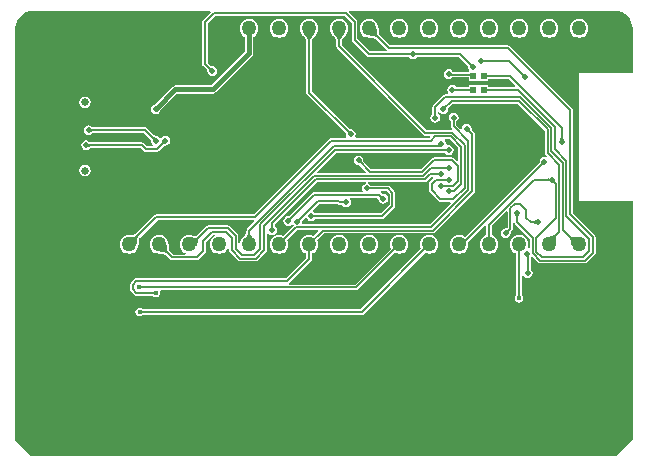
<source format=gbl>
G04*
G04 #@! TF.GenerationSoftware,Altium Limited,Altium Designer,19.0.4 (130)*
G04*
G04 Layer_Physical_Order=2*
G04 Layer_Color=16711680*
%FSLAX24Y24*%
%MOIN*%
G70*
G01*
G75*
%ADD15C,0.0060*%
%ADD59C,0.0070*%
%ADD60C,0.0150*%
%ADD62C,0.0500*%
%ADD63C,0.1181*%
%ADD64O,0.0827X0.0394*%
%ADD65O,0.0630X0.0394*%
%ADD66C,0.0256*%
%ADD67C,0.0200*%
%ADD68C,0.0240*%
%ADD69C,0.0160*%
%ADD70C,0.0180*%
%ADD71R,0.0197X0.0197*%
G36*
X6597Y4188D02*
X6618Y4138D01*
X6365Y3885D01*
X6345Y3855D01*
X6338Y3820D01*
Y2420D01*
X6345Y2385D01*
X6365Y2355D01*
X6488Y2232D01*
X6491Y2225D01*
X6495Y2220D01*
X6497Y2218D01*
X6498Y2216D01*
X6500Y2213D01*
X6501Y2209D01*
X6503Y2205D01*
X6504Y2200D01*
X6504Y2195D01*
X6505Y2189D01*
X6505Y2180D01*
X6508Y2172D01*
X6519Y2118D01*
X6555Y2065D01*
X6608Y2029D01*
X6670Y2017D01*
X6732Y2029D01*
X6785Y2065D01*
X6821Y2118D01*
X6833Y2180D01*
X6821Y2242D01*
X6785Y2295D01*
X6732Y2331D01*
X6678Y2342D01*
X6670Y2345D01*
X6661Y2345D01*
X6655Y2346D01*
X6650Y2346D01*
X6645Y2347D01*
X6641Y2349D01*
X6637Y2350D01*
X6634Y2352D01*
X6632Y2353D01*
X6630Y2355D01*
X6625Y2359D01*
X6618Y2362D01*
X6522Y2458D01*
Y3782D01*
X6758Y4018D01*
X11082D01*
X11328Y3772D01*
Y3220D01*
X11335Y3185D01*
X11355Y3155D01*
X11835Y2675D01*
X11865Y2655D01*
X11900Y2648D01*
X13239D01*
X13255Y2625D01*
X13308Y2589D01*
X13370Y2577D01*
X13432Y2589D01*
X13485Y2625D01*
X13501Y2648D01*
X14902D01*
X15192Y2358D01*
X15187Y2330D01*
X15199Y2268D01*
X15235Y2215D01*
X15244Y2208D01*
X15229Y2158D01*
X15222D01*
Y2152D01*
X14704D01*
X14675Y2195D01*
X14622Y2231D01*
X14560Y2243D01*
X14498Y2231D01*
X14445Y2195D01*
X14409Y2142D01*
X14397Y2080D01*
X14409Y2018D01*
X14445Y1965D01*
X14498Y1929D01*
X14560Y1917D01*
X14622Y1929D01*
X14675Y1965D01*
X14678Y1968D01*
X15222D01*
Y1842D01*
X15512D01*
X15538Y1842D01*
X15588Y1842D01*
X15878D01*
Y1908D01*
X16552D01*
X16772Y1688D01*
X16753Y1642D01*
X15878D01*
Y1708D01*
X15562D01*
Y1708D01*
X15538D01*
Y1708D01*
X15222D01*
Y1642D01*
X14801D01*
X14785Y1665D01*
X14732Y1701D01*
X14670Y1713D01*
X14608Y1701D01*
X14555Y1665D01*
X14519Y1612D01*
X14507Y1550D01*
X14519Y1488D01*
X14543Y1452D01*
X14521Y1402D01*
X14440D01*
X14405Y1395D01*
X14375Y1375D01*
X14035Y1035D01*
X14015Y1005D01*
X14008Y970D01*
Y751D01*
X13985Y736D01*
X13950Y683D01*
X13937Y620D01*
X13950Y558D01*
X13985Y505D01*
X14038Y470D01*
X14100Y457D01*
X14163Y470D01*
X14216Y505D01*
X14251Y558D01*
X14263Y620D01*
X14251Y683D01*
X14216Y736D01*
X14192Y752D01*
Y814D01*
X14242Y829D01*
X14265Y795D01*
X14318Y759D01*
X14380Y747D01*
X14442Y759D01*
X14495Y795D01*
X14531Y848D01*
X14543Y910D01*
X14538Y938D01*
X14688Y1088D01*
X16863D01*
X17758Y193D01*
Y-550D01*
X17765Y-585D01*
X17785Y-615D01*
X17819Y-649D01*
X17794Y-695D01*
X17747Y-685D01*
X17685Y-698D01*
X17632Y-733D01*
X17597Y-786D01*
X17584Y-848D01*
X17590Y-876D01*
X15102Y-3364D01*
X15056Y-3329D01*
X14981Y-3298D01*
X14900Y-3287D01*
X14819Y-3298D01*
X14744Y-3329D01*
X14679Y-3379D01*
X14629Y-3444D01*
X14598Y-3519D01*
X14587Y-3600D01*
X14598Y-3681D01*
X14629Y-3756D01*
X14679Y-3821D01*
X14744Y-3871D01*
X14819Y-3902D01*
X14900Y-3913D01*
X14981Y-3902D01*
X15056Y-3871D01*
X15121Y-3821D01*
X15171Y-3756D01*
X15202Y-3681D01*
X15213Y-3600D01*
X15203Y-3523D01*
X15758Y-2967D01*
X15808Y-2988D01*
Y-3302D01*
X15744Y-3329D01*
X15679Y-3379D01*
X15629Y-3444D01*
X15598Y-3519D01*
X15587Y-3600D01*
X15598Y-3681D01*
X15629Y-3756D01*
X15679Y-3821D01*
X15744Y-3871D01*
X15819Y-3902D01*
X15900Y-3913D01*
X15981Y-3902D01*
X16056Y-3871D01*
X16121Y-3821D01*
X16171Y-3756D01*
X16202Y-3681D01*
X16213Y-3600D01*
X16202Y-3519D01*
X16171Y-3444D01*
X16121Y-3379D01*
X16056Y-3329D01*
X15992Y-3302D01*
Y-2978D01*
X16472Y-2498D01*
X16518Y-2517D01*
Y-3032D01*
X16502Y-3048D01*
X16495Y-3051D01*
X16490Y-3055D01*
X16488Y-3057D01*
X16486Y-3058D01*
X16483Y-3060D01*
X16479Y-3061D01*
X16475Y-3063D01*
X16470Y-3064D01*
X16465Y-3064D01*
X16459Y-3065D01*
X16450Y-3065D01*
X16442Y-3068D01*
X16388Y-3079D01*
X16335Y-3115D01*
X16299Y-3168D01*
X16287Y-3230D01*
X16299Y-3292D01*
X16335Y-3345D01*
X16388Y-3381D01*
X16450Y-3393D01*
X16512Y-3381D01*
X16565Y-3345D01*
X16601Y-3292D01*
X16612Y-3238D01*
X16615Y-3230D01*
X16615Y-3221D01*
X16616Y-3215D01*
X16616Y-3210D01*
X16617Y-3205D01*
X16619Y-3201D01*
X16620Y-3197D01*
X16622Y-3194D01*
X16623Y-3192D01*
X16625Y-3190D01*
X16629Y-3185D01*
X16632Y-3178D01*
X16675Y-3135D01*
X16695Y-3105D01*
X16702Y-3070D01*
Y-2897D01*
X16752Y-2892D01*
X16754Y-2904D01*
X16774Y-2934D01*
X17268Y-3428D01*
Y-3702D01*
X17224Y-3736D01*
X17200Y-3686D01*
X17202Y-3681D01*
X17213Y-3600D01*
X17202Y-3519D01*
X17171Y-3444D01*
X17121Y-3379D01*
X17056Y-3329D01*
X16981Y-3298D01*
X16900Y-3287D01*
X16819Y-3298D01*
X16744Y-3329D01*
X16679Y-3379D01*
X16629Y-3444D01*
X16598Y-3519D01*
X16587Y-3600D01*
X16598Y-3681D01*
X16629Y-3756D01*
X16679Y-3821D01*
X16744Y-3871D01*
X16803Y-3895D01*
Y-5294D01*
X16799Y-5297D01*
X16768Y-5343D01*
X16757Y-5398D01*
X16768Y-5452D01*
X16799Y-5498D01*
X16845Y-5529D01*
X16900Y-5540D01*
X16955Y-5529D01*
X17001Y-5498D01*
X17032Y-5452D01*
X17043Y-5398D01*
X17032Y-5343D01*
X17001Y-5297D01*
X16997Y-5294D01*
Y-4639D01*
X17047Y-4627D01*
X17075Y-4668D01*
X17128Y-4704D01*
X17190Y-4716D01*
X17252Y-4704D01*
X17305Y-4668D01*
X17341Y-4616D01*
X17353Y-4553D01*
X17341Y-4491D01*
X17305Y-4438D01*
X17282Y-4422D01*
Y-4048D01*
X17285Y-4045D01*
X17297Y-4027D01*
X17362Y-4021D01*
X17545Y-4205D01*
X17575Y-4225D01*
X17610Y-4232D01*
X19090D01*
X19125Y-4225D01*
X19155Y-4205D01*
X19425Y-3935D01*
X19445Y-3905D01*
X19452Y-3870D01*
Y-3360D01*
X19445Y-3325D01*
X19425Y-3295D01*
X18692Y-2562D01*
Y880D01*
X18685Y915D01*
X18665Y945D01*
X16605Y3005D01*
X16575Y3025D01*
X16540Y3032D01*
X12598D01*
X12255Y3375D01*
X12253Y3381D01*
X12245Y3390D01*
X12241Y3397D01*
X12236Y3409D01*
X12231Y3425D01*
X12226Y3445D01*
X12222Y3467D01*
X12215Y3561D01*
X12215Y3598D01*
X12212Y3605D01*
X12202Y3681D01*
X12171Y3756D01*
X12121Y3821D01*
X12056Y3871D01*
X11981Y3902D01*
X11900Y3913D01*
X11819Y3902D01*
X11744Y3871D01*
X11679Y3821D01*
X11629Y3756D01*
X11598Y3681D01*
X11587Y3600D01*
X11598Y3519D01*
X11629Y3444D01*
X11679Y3379D01*
X11744Y3329D01*
X11819Y3298D01*
X11895Y3288D01*
X11902Y3285D01*
X11940Y3285D01*
X12005Y3281D01*
X12032Y3278D01*
X12055Y3274D01*
X12075Y3269D01*
X12091Y3264D01*
X12103Y3259D01*
X12110Y3255D01*
X12119Y3247D01*
X12125Y3246D01*
X12488Y2882D01*
X12483Y2855D01*
X12470Y2832D01*
X11938D01*
X11512Y3258D01*
Y3810D01*
X11505Y3845D01*
X11485Y3875D01*
X11222Y4138D01*
X11243Y4188D01*
X20100D01*
Y4188D01*
X20215Y4177D01*
X20325Y4143D01*
X20427Y4089D01*
X20516Y4016D01*
X20589Y3927D01*
X20643Y3825D01*
X20677Y3715D01*
X20688Y3600D01*
X20688D01*
X20688Y3600D01*
Y2100D01*
X18900D01*
Y-2150D01*
X20688D01*
Y-10104D01*
X20144Y-10648D01*
X636Y-10638D01*
X112Y-10114D01*
X112Y3600D01*
X112Y3600D01*
X112D01*
X112Y3600D01*
X123Y3715D01*
X157Y3825D01*
X211Y3927D01*
X284Y4016D01*
X373Y4089D01*
X475Y4143D01*
X585Y4177D01*
X700Y4188D01*
X700Y4188D01*
Y4188D01*
X700Y4188D01*
X6597D01*
D02*
G37*
G36*
X12150Y3558D02*
X12157Y3459D01*
X12162Y3432D01*
X12168Y3407D01*
X12175Y3386D01*
X12183Y3368D01*
X12192Y3352D01*
X12203Y3340D01*
X12160Y3297D01*
X12148Y3308D01*
X12132Y3317D01*
X12114Y3325D01*
X12093Y3332D01*
X12068Y3338D01*
X12041Y3343D01*
X12011Y3346D01*
X11942Y3350D01*
X11903Y3350D01*
X12150Y3598D01*
X12150Y3558D01*
D02*
G37*
G36*
X6588Y2305D02*
X6595Y2300D01*
X6603Y2295D01*
X6611Y2291D01*
X6619Y2287D01*
X6628Y2285D01*
X6638Y2283D01*
X6648Y2281D01*
X6658Y2280D01*
X6669Y2280D01*
X6570Y2181D01*
X6570Y2192D01*
X6569Y2202D01*
X6567Y2212D01*
X6565Y2222D01*
X6563Y2231D01*
X6559Y2239D01*
X6555Y2247D01*
X6550Y2255D01*
X6545Y2262D01*
X6539Y2269D01*
X6581Y2311D01*
X6588Y2305D01*
D02*
G37*
G36*
X17018Y2115D02*
X17025Y2110D01*
X17033Y2105D01*
X17041Y2101D01*
X17049Y2097D01*
X17058Y2095D01*
X17068Y2093D01*
X17078Y2091D01*
X17088Y2090D01*
X17099Y2090D01*
X17000Y1991D01*
X17000Y2002D01*
X16999Y2012D01*
X16997Y2022D01*
X16995Y2032D01*
X16993Y2041D01*
X16989Y2049D01*
X16985Y2057D01*
X16980Y2065D01*
X16975Y2072D01*
X16969Y2079D01*
X17011Y2121D01*
X17018Y2115D01*
D02*
G37*
G36*
X18350Y-33D02*
X18352Y-42D01*
X18354Y-51D01*
X18356Y-60D01*
X18360Y-68D01*
X18364Y-76D01*
X18370Y-85D01*
X18376Y-93D01*
X18382Y-101D01*
X18390Y-109D01*
X18250D01*
X18258Y-101D01*
X18264Y-93D01*
X18270Y-85D01*
X18276Y-76D01*
X18280Y-68D01*
X18284Y-60D01*
X18286Y-51D01*
X18288Y-42D01*
X18290Y-33D01*
X18290Y-25D01*
X18350D01*
X18350Y-33D01*
D02*
G37*
G36*
X17914Y-1509D02*
X17907Y-1501D01*
X17899Y-1495D01*
X17890Y-1489D01*
X17882Y-1483D01*
X17874Y-1479D01*
X17865Y-1475D01*
X17857Y-1473D01*
X17848Y-1471D01*
X17839Y-1469D01*
X17830Y-1469D01*
Y-1409D01*
X17839Y-1409D01*
X17848Y-1407D01*
X17857Y-1405D01*
X17865Y-1403D01*
X17874Y-1399D01*
X17882Y-1395D01*
X17890Y-1389D01*
X17899Y-1383D01*
X17907Y-1377D01*
X17914Y-1369D01*
Y-1509D01*
D02*
G37*
G36*
X18086Y-1451D02*
X18087Y-1462D01*
X18088Y-1472D01*
X18090Y-1481D01*
X18093Y-1490D01*
X18097Y-1499D01*
X18101Y-1507D01*
X18105Y-1514D01*
X18111Y-1521D01*
X18117Y-1528D01*
X18074Y-1570D01*
X18068Y-1564D01*
X18061Y-1559D01*
X18053Y-1554D01*
X18045Y-1550D01*
X18037Y-1547D01*
X18028Y-1544D01*
X18018Y-1542D01*
X18008Y-1540D01*
X17998Y-1539D01*
X17987Y-1539D01*
X18086Y-1440D01*
X18086Y-1451D01*
D02*
G37*
G36*
X16901Y-2628D02*
X16895Y-2636D01*
X16889Y-2644D01*
X16883Y-2653D01*
X16879Y-2661D01*
X16875Y-2669D01*
X16873Y-2678D01*
X16871Y-2687D01*
X16869Y-2695D01*
X16869Y-2704D01*
X16809D01*
X16809Y-2695D01*
X16807Y-2687D01*
X16805Y-2678D01*
X16803Y-2669D01*
X16799Y-2661D01*
X16795Y-2653D01*
X16789Y-2644D01*
X16783Y-2636D01*
X16777Y-2628D01*
X16769Y-2620D01*
X16909D01*
X16901Y-2628D01*
D02*
G37*
G36*
X17449Y-2930D02*
X17441Y-2922D01*
X17433Y-2916D01*
X17425Y-2910D01*
X17416Y-2904D01*
X17408Y-2900D01*
X17400Y-2896D01*
X17391Y-2894D01*
X17382Y-2892D01*
X17374Y-2890D01*
X17365Y-2890D01*
Y-2830D01*
X17374Y-2830D01*
X17382Y-2828D01*
X17391Y-2826D01*
X17400Y-2824D01*
X17408Y-2820D01*
X17416Y-2816D01*
X17425Y-2810D01*
X17433Y-2804D01*
X17441Y-2798D01*
X17449Y-2790D01*
Y-2930D01*
D02*
G37*
G36*
X16581Y-3141D02*
X16575Y-3148D01*
X16570Y-3155D01*
X16565Y-3163D01*
X16561Y-3171D01*
X16557Y-3179D01*
X16555Y-3188D01*
X16553Y-3198D01*
X16551Y-3208D01*
X16550Y-3218D01*
X16550Y-3229D01*
X16451Y-3130D01*
X16462Y-3130D01*
X16472Y-3129D01*
X16482Y-3127D01*
X16492Y-3125D01*
X16501Y-3123D01*
X16509Y-3119D01*
X16517Y-3115D01*
X16525Y-3110D01*
X16532Y-3105D01*
X16539Y-3099D01*
X16581Y-3141D01*
D02*
G37*
G36*
X18165Y-3301D02*
X18153Y-3315D01*
X18144Y-3331D01*
X18136Y-3349D01*
X18131Y-3370D01*
X18128Y-3393D01*
X18127Y-3418D01*
X18128Y-3446D01*
X18131Y-3476D01*
X18136Y-3509D01*
X18144Y-3543D01*
X17848Y-3355D01*
X17891Y-3346D01*
X18051Y-3301D01*
X18072Y-3293D01*
X18090Y-3284D01*
X18103Y-3276D01*
X18113Y-3268D01*
X18165Y-3301D01*
D02*
G37*
G36*
X18622Y-3338D02*
X18638Y-3347D01*
X18657Y-3355D01*
X18678Y-3360D01*
X18701Y-3364D01*
X18727Y-3366D01*
X18755Y-3366D01*
X18786Y-3364D01*
X18855Y-3354D01*
X18653Y-3640D01*
X18646Y-3598D01*
X18615Y-3464D01*
X18607Y-3439D01*
X18599Y-3418D01*
X18591Y-3401D01*
X18582Y-3387D01*
X18574Y-3376D01*
X18609Y-3326D01*
X18622Y-3338D01*
D02*
G37*
%LPC*%
G36*
X18900Y3913D02*
X18819Y3902D01*
X18744Y3871D01*
X18679Y3821D01*
X18629Y3756D01*
X18598Y3681D01*
X18587Y3600D01*
X18598Y3519D01*
X18629Y3444D01*
X18679Y3379D01*
X18744Y3329D01*
X18819Y3298D01*
X18900Y3287D01*
X18981Y3298D01*
X19056Y3329D01*
X19121Y3379D01*
X19171Y3444D01*
X19202Y3519D01*
X19213Y3600D01*
X19202Y3681D01*
X19171Y3756D01*
X19121Y3821D01*
X19056Y3871D01*
X18981Y3902D01*
X18900Y3913D01*
D02*
G37*
G36*
X17900D02*
X17819Y3902D01*
X17744Y3871D01*
X17679Y3821D01*
X17629Y3756D01*
X17598Y3681D01*
X17587Y3600D01*
X17598Y3519D01*
X17629Y3444D01*
X17679Y3379D01*
X17744Y3329D01*
X17819Y3298D01*
X17900Y3287D01*
X17981Y3298D01*
X18056Y3329D01*
X18121Y3379D01*
X18171Y3444D01*
X18202Y3519D01*
X18213Y3600D01*
X18202Y3681D01*
X18171Y3756D01*
X18121Y3821D01*
X18056Y3871D01*
X17981Y3902D01*
X17900Y3913D01*
D02*
G37*
G36*
X16900D02*
X16819Y3902D01*
X16744Y3871D01*
X16679Y3821D01*
X16629Y3756D01*
X16598Y3681D01*
X16587Y3600D01*
X16598Y3519D01*
X16629Y3444D01*
X16679Y3379D01*
X16744Y3329D01*
X16819Y3298D01*
X16900Y3287D01*
X16981Y3298D01*
X17056Y3329D01*
X17121Y3379D01*
X17171Y3444D01*
X17202Y3519D01*
X17213Y3600D01*
X17202Y3681D01*
X17171Y3756D01*
X17121Y3821D01*
X17056Y3871D01*
X16981Y3902D01*
X16900Y3913D01*
D02*
G37*
G36*
X15900D02*
X15819Y3902D01*
X15744Y3871D01*
X15679Y3821D01*
X15629Y3756D01*
X15598Y3681D01*
X15587Y3600D01*
X15598Y3519D01*
X15629Y3444D01*
X15679Y3379D01*
X15744Y3329D01*
X15819Y3298D01*
X15900Y3287D01*
X15981Y3298D01*
X16056Y3329D01*
X16121Y3379D01*
X16171Y3444D01*
X16202Y3519D01*
X16213Y3600D01*
X16202Y3681D01*
X16171Y3756D01*
X16121Y3821D01*
X16056Y3871D01*
X15981Y3902D01*
X15900Y3913D01*
D02*
G37*
G36*
X14900D02*
X14819Y3902D01*
X14744Y3871D01*
X14679Y3821D01*
X14629Y3756D01*
X14598Y3681D01*
X14587Y3600D01*
X14598Y3519D01*
X14629Y3444D01*
X14679Y3379D01*
X14744Y3329D01*
X14819Y3298D01*
X14900Y3287D01*
X14981Y3298D01*
X15056Y3329D01*
X15121Y3379D01*
X15171Y3444D01*
X15202Y3519D01*
X15213Y3600D01*
X15202Y3681D01*
X15171Y3756D01*
X15121Y3821D01*
X15056Y3871D01*
X14981Y3902D01*
X14900Y3913D01*
D02*
G37*
G36*
X13900D02*
X13819Y3902D01*
X13744Y3871D01*
X13679Y3821D01*
X13629Y3756D01*
X13598Y3681D01*
X13587Y3600D01*
X13598Y3519D01*
X13629Y3444D01*
X13679Y3379D01*
X13744Y3329D01*
X13819Y3298D01*
X13900Y3287D01*
X13981Y3298D01*
X14056Y3329D01*
X14121Y3379D01*
X14171Y3444D01*
X14202Y3519D01*
X14213Y3600D01*
X14202Y3681D01*
X14171Y3756D01*
X14121Y3821D01*
X14056Y3871D01*
X13981Y3902D01*
X13900Y3913D01*
D02*
G37*
G36*
X12900D02*
X12819Y3902D01*
X12744Y3871D01*
X12679Y3821D01*
X12629Y3756D01*
X12598Y3681D01*
X12587Y3600D01*
X12598Y3519D01*
X12629Y3444D01*
X12679Y3379D01*
X12744Y3329D01*
X12819Y3298D01*
X12900Y3287D01*
X12981Y3298D01*
X13056Y3329D01*
X13121Y3379D01*
X13171Y3444D01*
X13202Y3519D01*
X13213Y3600D01*
X13202Y3681D01*
X13171Y3756D01*
X13121Y3821D01*
X13056Y3871D01*
X12981Y3902D01*
X12900Y3913D01*
D02*
G37*
G36*
X8900D02*
X8819Y3902D01*
X8744Y3871D01*
X8679Y3821D01*
X8629Y3756D01*
X8598Y3681D01*
X8587Y3600D01*
X8598Y3519D01*
X8629Y3444D01*
X8679Y3379D01*
X8744Y3329D01*
X8819Y3298D01*
X8900Y3287D01*
X8981Y3298D01*
X9056Y3329D01*
X9121Y3379D01*
X9171Y3444D01*
X9202Y3519D01*
X9213Y3600D01*
X9202Y3681D01*
X9171Y3756D01*
X9121Y3821D01*
X9056Y3871D01*
X8981Y3902D01*
X8900Y3913D01*
D02*
G37*
G36*
X2436Y1329D02*
X2362Y1315D01*
X2300Y1273D01*
X2259Y1211D01*
X2244Y1138D01*
X2259Y1064D01*
X2300Y1002D01*
X2362Y961D01*
X2436Y946D01*
X2509Y961D01*
X2571Y1002D01*
X2613Y1064D01*
X2627Y1138D01*
X2613Y1211D01*
X2571Y1273D01*
X2509Y1315D01*
X2436Y1329D01*
D02*
G37*
G36*
X7900Y3913D02*
X7819Y3902D01*
X7744Y3871D01*
X7679Y3821D01*
X7629Y3756D01*
X7598Y3681D01*
X7587Y3600D01*
X7598Y3519D01*
X7629Y3444D01*
X7679Y3379D01*
X7744Y3329D01*
X7762Y3321D01*
Y2837D01*
X6628Y1703D01*
X5445D01*
X5392Y1692D01*
X5348Y1662D01*
X4751Y1065D01*
X4728Y1061D01*
X4675Y1025D01*
X4639Y972D01*
X4627Y910D01*
X4639Y848D01*
X4675Y795D01*
X4728Y759D01*
X4790Y747D01*
X4852Y759D01*
X4905Y795D01*
X4941Y848D01*
X4945Y871D01*
X5502Y1427D01*
X6685D01*
X6738Y1438D01*
X6782Y1468D01*
X7997Y2683D01*
X7997Y2683D01*
X8027Y2727D01*
X8038Y2780D01*
Y3321D01*
X8056Y3329D01*
X8121Y3379D01*
X8171Y3444D01*
X8202Y3519D01*
X8213Y3600D01*
X8202Y3681D01*
X8171Y3756D01*
X8121Y3821D01*
X8056Y3871D01*
X7981Y3902D01*
X7900Y3913D01*
D02*
G37*
G36*
X10900D02*
X10819Y3902D01*
X10744Y3871D01*
X10679Y3821D01*
X10629Y3756D01*
X10598Y3681D01*
X10587Y3600D01*
X10598Y3519D01*
X10629Y3444D01*
X10676Y3383D01*
X10679Y3376D01*
X10705Y3349D01*
X10749Y3300D01*
X10766Y3279D01*
X10779Y3260D01*
X10790Y3242D01*
X10798Y3228D01*
X10802Y3216D01*
X10804Y3207D01*
X10805Y3196D01*
X10808Y3190D01*
Y3000D01*
X10815Y2965D01*
X10835Y2935D01*
X13715Y55D01*
X13745Y35D01*
X13780Y28D01*
X13923D01*
X13945Y-21D01*
X13925Y-46D01*
X11465D01*
X11438Y4D01*
X11441Y8D01*
X11453Y70D01*
X11441Y132D01*
X11405Y185D01*
X11352Y221D01*
X11290Y233D01*
X11262Y228D01*
X9992Y1498D01*
Y3190D01*
X9995Y3196D01*
X9996Y3207D01*
X9998Y3216D01*
X10002Y3228D01*
X10010Y3242D01*
X10021Y3260D01*
X10033Y3278D01*
X10095Y3350D01*
X10121Y3376D01*
X10124Y3383D01*
X10171Y3444D01*
X10202Y3519D01*
X10213Y3600D01*
X10202Y3681D01*
X10171Y3756D01*
X10121Y3821D01*
X10056Y3871D01*
X9981Y3902D01*
X9900Y3913D01*
X9819Y3902D01*
X9744Y3871D01*
X9679Y3821D01*
X9629Y3756D01*
X9598Y3681D01*
X9587Y3600D01*
X9598Y3519D01*
X9629Y3444D01*
X9676Y3383D01*
X9679Y3376D01*
X9705Y3349D01*
X9749Y3300D01*
X9766Y3279D01*
X9779Y3260D01*
X9790Y3242D01*
X9798Y3228D01*
X9802Y3216D01*
X9804Y3207D01*
X9805Y3196D01*
X9808Y3190D01*
Y1460D01*
X9815Y1425D01*
X9835Y1395D01*
X11132Y98D01*
X11127Y70D01*
X11139Y8D01*
X11142Y4D01*
X11115Y-46D01*
X10642D01*
X10607Y-53D01*
X10577Y-73D01*
X8052Y-2598D01*
X4810D01*
X4775Y-2605D01*
X4745Y-2625D01*
X4125Y-3245D01*
X4119Y-3247D01*
X4110Y-3255D01*
X4103Y-3259D01*
X4091Y-3264D01*
X4075Y-3269D01*
X4055Y-3274D01*
X4033Y-3278D01*
X3939Y-3285D01*
X3902Y-3285D01*
X3895Y-3288D01*
X3819Y-3298D01*
X3744Y-3329D01*
X3679Y-3379D01*
X3629Y-3444D01*
X3598Y-3519D01*
X3587Y-3600D01*
X3598Y-3681D01*
X3629Y-3756D01*
X3679Y-3821D01*
X3744Y-3871D01*
X3819Y-3902D01*
X3900Y-3913D01*
X3981Y-3902D01*
X4056Y-3871D01*
X4121Y-3821D01*
X4171Y-3756D01*
X4202Y-3681D01*
X4212Y-3605D01*
X4215Y-3598D01*
X4215Y-3560D01*
X4219Y-3495D01*
X4222Y-3468D01*
X4226Y-3445D01*
X4231Y-3425D01*
X4236Y-3409D01*
X4241Y-3397D01*
X4245Y-3390D01*
X4253Y-3381D01*
X4254Y-3375D01*
X4848Y-2782D01*
X8057D01*
X8078Y-2832D01*
X7835Y-3075D01*
X7815Y-3105D01*
X7808Y-3140D01*
Y-3190D01*
X7805Y-3196D01*
X7804Y-3207D01*
X7802Y-3216D01*
X7798Y-3228D01*
X7790Y-3242D01*
X7779Y-3260D01*
X7767Y-3278D01*
X7705Y-3350D01*
X7679Y-3376D01*
X7676Y-3383D01*
X7629Y-3444D01*
X7598Y-3519D01*
X7592Y-3566D01*
X7542Y-3563D01*
Y-3320D01*
X7535Y-3285D01*
X7515Y-3255D01*
X7255Y-2995D01*
X7236Y-2983D01*
X7225Y-2975D01*
X7190Y-2968D01*
X6530D01*
X6495Y-2975D01*
X6465Y-2995D01*
X6174Y-3286D01*
X6172Y-3286D01*
X6169Y-3291D01*
X6163Y-3293D01*
X6154Y-3301D01*
X6146Y-3305D01*
X6137Y-3309D01*
X6124Y-3312D01*
X6109Y-3314D01*
X6090Y-3314D01*
X6068Y-3313D01*
X6013Y-3304D01*
X5982Y-3296D01*
X5974Y-3297D01*
X5900Y-3287D01*
X5819Y-3298D01*
X5744Y-3329D01*
X5679Y-3379D01*
X5629Y-3444D01*
X5598Y-3519D01*
X5587Y-3600D01*
X5598Y-3681D01*
X5629Y-3756D01*
X5679Y-3821D01*
X5744Y-3871D01*
X5786Y-3888D01*
X5776Y-3938D01*
X5368D01*
X5255Y-3825D01*
X5253Y-3819D01*
X5245Y-3810D01*
X5241Y-3803D01*
X5236Y-3791D01*
X5231Y-3775D01*
X5226Y-3755D01*
X5222Y-3733D01*
X5215Y-3639D01*
X5215Y-3602D01*
X5212Y-3595D01*
X5202Y-3519D01*
X5171Y-3444D01*
X5121Y-3379D01*
X5056Y-3329D01*
X4981Y-3298D01*
X4900Y-3287D01*
X4819Y-3298D01*
X4744Y-3329D01*
X4679Y-3379D01*
X4629Y-3444D01*
X4598Y-3519D01*
X4587Y-3600D01*
X4598Y-3681D01*
X4629Y-3756D01*
X4679Y-3821D01*
X4744Y-3871D01*
X4819Y-3902D01*
X4895Y-3912D01*
X4902Y-3915D01*
X4940Y-3915D01*
X5005Y-3919D01*
X5032Y-3922D01*
X5055Y-3926D01*
X5075Y-3931D01*
X5091Y-3936D01*
X5103Y-3941D01*
X5110Y-3945D01*
X5119Y-3953D01*
X5125Y-3954D01*
X5265Y-4095D01*
X5295Y-4115D01*
X5330Y-4122D01*
X6150D01*
X6185Y-4115D01*
X6215Y-4095D01*
X6435Y-3875D01*
X6455Y-3845D01*
X6462Y-3810D01*
Y-3508D01*
X6698Y-3272D01*
X6752D01*
X6762Y-3322D01*
X6744Y-3329D01*
X6679Y-3379D01*
X6629Y-3444D01*
X6598Y-3519D01*
X6587Y-3600D01*
X6598Y-3681D01*
X6629Y-3756D01*
X6679Y-3821D01*
X6744Y-3871D01*
X6819Y-3902D01*
X6900Y-3913D01*
X6981Y-3902D01*
X7056Y-3871D01*
X7121Y-3821D01*
X7171Y-3756D01*
X7188Y-3714D01*
X7238Y-3724D01*
Y-3790D01*
X7245Y-3825D01*
X7253Y-3836D01*
X7265Y-3855D01*
X7545Y-4135D01*
X7575Y-4155D01*
X7610Y-4162D01*
X8120D01*
X8155Y-4155D01*
X8185Y-4135D01*
X8465Y-3855D01*
X8485Y-3825D01*
X8492Y-3790D01*
Y-3241D01*
X8542Y-3226D01*
X8555Y-3245D01*
X8608Y-3281D01*
X8670Y-3293D01*
X8732Y-3281D01*
X8785Y-3245D01*
X8821Y-3192D01*
X8833Y-3130D01*
X8821Y-3068D01*
X8785Y-3015D01*
X8762Y-2999D01*
Y-2917D01*
X10157Y-1522D01*
X11793D01*
X11805Y-1567D01*
X11805Y-1567D01*
X11768Y-1579D01*
X11762Y-1583D01*
X11715Y-1615D01*
X11679Y-1668D01*
X11667Y-1730D01*
X11679Y-1792D01*
X11686Y-1803D01*
X11660Y-1853D01*
X10070D01*
X10033Y-1861D01*
X10002Y-1882D01*
X9222Y-2661D01*
X9200Y-2657D01*
X9138Y-2669D01*
X9085Y-2705D01*
X9049Y-2758D01*
X9037Y-2820D01*
X9049Y-2882D01*
X9085Y-2935D01*
X9138Y-2971D01*
X9200Y-2983D01*
X9262Y-2971D01*
X9315Y-2935D01*
X9373Y-2939D01*
X9385Y-2955D01*
X9387Y-2983D01*
X9046Y-3325D01*
X8981Y-3298D01*
X8900Y-3287D01*
X8819Y-3298D01*
X8744Y-3329D01*
X8679Y-3379D01*
X8629Y-3444D01*
X8598Y-3519D01*
X8587Y-3600D01*
X8598Y-3681D01*
X8629Y-3756D01*
X8679Y-3821D01*
X8744Y-3871D01*
X8819Y-3902D01*
X8900Y-3913D01*
X8981Y-3902D01*
X9056Y-3871D01*
X9121Y-3821D01*
X9171Y-3756D01*
X9202Y-3681D01*
X9213Y-3600D01*
X9202Y-3519D01*
X9175Y-3454D01*
X9508Y-3122D01*
X9579D01*
X9614Y-3115D01*
X9618Y-3112D01*
X10193D01*
X10212Y-3158D01*
X10046Y-3325D01*
X9981Y-3298D01*
X9900Y-3287D01*
X9819Y-3298D01*
X9744Y-3329D01*
X9679Y-3379D01*
X9629Y-3444D01*
X9598Y-3519D01*
X9587Y-3600D01*
X9598Y-3681D01*
X9629Y-3756D01*
X9679Y-3821D01*
X9744Y-3871D01*
X9803Y-3895D01*
Y-4040D01*
X9121Y-4722D01*
X4141D01*
X4104Y-4729D01*
X4073Y-4750D01*
X3948Y-4875D01*
X3927Y-4907D01*
X3919Y-4944D01*
Y-5084D01*
X3927Y-5121D01*
X3948Y-5152D01*
X4073Y-5277D01*
X4104Y-5298D01*
X4141Y-5306D01*
X4698D01*
X4700Y-5310D01*
X4747Y-5341D01*
X4801Y-5352D01*
X4856Y-5341D01*
X4902Y-5310D01*
X4933Y-5263D01*
X4944Y-5209D01*
X4938Y-5181D01*
X4973Y-5131D01*
X11466D01*
X11503Y-5123D01*
X11535Y-5102D01*
X12760Y-3877D01*
X12819Y-3902D01*
X12900Y-3913D01*
X12981Y-3902D01*
X13056Y-3871D01*
X13121Y-3821D01*
X13171Y-3756D01*
X13202Y-3681D01*
X13213Y-3600D01*
X13202Y-3519D01*
X13171Y-3444D01*
X13121Y-3379D01*
X13056Y-3329D01*
X12981Y-3298D01*
X12900Y-3287D01*
X12819Y-3298D01*
X12744Y-3329D01*
X12679Y-3379D01*
X12629Y-3444D01*
X12598Y-3519D01*
X12587Y-3600D01*
X12598Y-3681D01*
X12623Y-3740D01*
X11426Y-4937D01*
X9245D01*
X9230Y-4888D01*
X9230Y-4887D01*
X9969Y-4149D01*
X9990Y-4117D01*
X9997Y-4080D01*
Y-3895D01*
X10056Y-3871D01*
X10121Y-3821D01*
X10171Y-3756D01*
X10202Y-3681D01*
X10213Y-3600D01*
X10202Y-3519D01*
X10175Y-3454D01*
X10398Y-3232D01*
X14020D01*
X14055Y-3225D01*
X14085Y-3205D01*
X15395Y-1895D01*
X15415Y-1865D01*
X15422Y-1830D01*
Y80D01*
X15415Y115D01*
X15395Y145D01*
X15313Y226D01*
X15319Y254D01*
X15307Y317D01*
X15271Y370D01*
X15218Y405D01*
X15156Y417D01*
X15093Y405D01*
X15040Y370D01*
X15005Y317D01*
X14995Y265D01*
X14963Y249D01*
X14944Y246D01*
X14812Y378D01*
Y499D01*
X14835Y515D01*
X14871Y568D01*
X14883Y630D01*
X14871Y692D01*
X14835Y745D01*
X14782Y781D01*
X14720Y793D01*
X14658Y781D01*
X14605Y745D01*
X14569Y692D01*
X14557Y630D01*
X14569Y568D01*
X14605Y515D01*
X14628Y499D01*
Y340D01*
X14635Y305D01*
X14655Y275D01*
X14668Y262D01*
X14647Y212D01*
X13818D01*
X10992Y3038D01*
Y3190D01*
X10995Y3196D01*
X10996Y3207D01*
X10998Y3216D01*
X11002Y3228D01*
X11010Y3242D01*
X11021Y3260D01*
X11033Y3278D01*
X11095Y3350D01*
X11121Y3376D01*
X11124Y3383D01*
X11171Y3444D01*
X11202Y3519D01*
X11213Y3600D01*
X11202Y3681D01*
X11171Y3756D01*
X11121Y3821D01*
X11056Y3871D01*
X10981Y3902D01*
X10900Y3913D01*
D02*
G37*
G36*
X2550Y373D02*
X2488Y361D01*
X2435Y325D01*
X2399Y272D01*
X2387Y210D01*
X2399Y148D01*
X2435Y95D01*
X2488Y59D01*
X2550Y47D01*
X2612Y59D01*
X2658Y90D01*
X2666Y93D01*
X2671Y98D01*
X2675Y101D01*
X2678Y103D01*
X2681Y105D01*
X2685Y106D01*
X2688Y108D01*
X2691Y109D01*
X2695Y109D01*
X2699Y110D01*
X2706Y110D01*
X2713Y113D01*
X4400D01*
X4606Y-93D01*
X4609Y-100D01*
X4614Y-105D01*
X4616Y-109D01*
X4618Y-112D01*
X4620Y-115D01*
X4622Y-118D01*
X4623Y-121D01*
X4624Y-125D01*
X4624Y-129D01*
X4625Y-133D01*
X4625Y-141D01*
X4629Y-148D01*
X4639Y-202D01*
X4675Y-255D01*
X4700Y-272D01*
X4685Y-322D01*
X4499D01*
X4404Y-227D01*
X4372Y-206D01*
X4335Y-198D01*
X2628D01*
X2621Y-195D01*
X2614Y-195D01*
X2610Y-195D01*
X2607Y-194D01*
X2603Y-193D01*
X2600Y-192D01*
X2597Y-190D01*
X2593Y-188D01*
X2590Y-186D01*
X2587Y-183D01*
X2581Y-178D01*
X2573Y-175D01*
X2528Y-145D01*
X2465Y-132D01*
X2403Y-145D01*
X2350Y-180D01*
X2315Y-233D01*
X2302Y-295D01*
X2315Y-358D01*
X2350Y-411D01*
X2403Y-446D01*
X2465Y-458D01*
X2528Y-446D01*
X2573Y-415D01*
X2581Y-412D01*
X2587Y-407D01*
X2590Y-405D01*
X2593Y-402D01*
X2597Y-400D01*
X2600Y-399D01*
X2603Y-398D01*
X2607Y-397D01*
X2610Y-396D01*
X2614Y-395D01*
X2621Y-395D01*
X2628Y-392D01*
X4295D01*
X4391Y-488D01*
X4422Y-509D01*
X4459Y-516D01*
X4831D01*
X4868Y-509D01*
X4880Y-501D01*
X4899Y-488D01*
X5053Y-334D01*
X5060Y-331D01*
X5065Y-326D01*
X5069Y-324D01*
X5072Y-322D01*
X5075Y-320D01*
X5078Y-318D01*
X5081Y-317D01*
X5085Y-316D01*
X5089Y-316D01*
X5093Y-315D01*
X5101Y-315D01*
X5108Y-311D01*
X5162Y-301D01*
X5215Y-265D01*
X5251Y-212D01*
X5263Y-150D01*
X5251Y-88D01*
X5215Y-35D01*
X5162Y1D01*
X5100Y13D01*
X5038Y1D01*
X4985Y-35D01*
X4978Y-44D01*
X4918D01*
X4905Y-25D01*
X4852Y11D01*
X4798Y21D01*
X4791Y25D01*
X4783Y25D01*
X4779Y26D01*
X4775Y26D01*
X4771Y27D01*
X4768Y28D01*
X4765Y30D01*
X4762Y32D01*
X4759Y34D01*
X4755Y36D01*
X4750Y41D01*
X4743Y44D01*
X4509Y278D01*
X4477Y299D01*
X4440Y307D01*
X2713D01*
X2706Y310D01*
X2699Y310D01*
X2695Y311D01*
X2691Y311D01*
X2688Y312D01*
X2685Y314D01*
X2681Y315D01*
X2678Y317D01*
X2675Y319D01*
X2671Y322D01*
X2666Y327D01*
X2658Y330D01*
X2612Y361D01*
X2550Y373D01*
D02*
G37*
G36*
X2436Y-946D02*
X2362Y-961D01*
X2300Y-1002D01*
X2259Y-1064D01*
X2244Y-1138D01*
X2259Y-1211D01*
X2300Y-1273D01*
X2362Y-1315D01*
X2436Y-1329D01*
X2509Y-1315D01*
X2571Y-1273D01*
X2613Y-1211D01*
X2627Y-1138D01*
X2613Y-1064D01*
X2571Y-1002D01*
X2509Y-961D01*
X2436Y-946D01*
D02*
G37*
G36*
X13900Y-3287D02*
X13819Y-3298D01*
X13744Y-3329D01*
X13679Y-3379D01*
X13629Y-3444D01*
X13598Y-3519D01*
X13587Y-3600D01*
X13598Y-3681D01*
X13623Y-3740D01*
X11611Y-5752D01*
X4354D01*
X4351Y-5748D01*
X4305Y-5717D01*
X4250Y-5706D01*
X4195Y-5717D01*
X4149Y-5748D01*
X4118Y-5794D01*
X4107Y-5849D01*
X4118Y-5903D01*
X4149Y-5950D01*
X4195Y-5981D01*
X4250Y-5992D01*
X4305Y-5981D01*
X4351Y-5950D01*
X4354Y-5946D01*
X11651D01*
X11688Y-5938D01*
X11720Y-5917D01*
X13760Y-3877D01*
X13819Y-3902D01*
X13900Y-3913D01*
X13981Y-3902D01*
X14056Y-3871D01*
X14121Y-3821D01*
X14171Y-3756D01*
X14202Y-3681D01*
X14213Y-3600D01*
X14202Y-3519D01*
X14171Y-3444D01*
X14121Y-3379D01*
X14056Y-3329D01*
X13981Y-3298D01*
X13900Y-3287D01*
D02*
G37*
G36*
X11900D02*
X11819Y-3298D01*
X11744Y-3329D01*
X11679Y-3379D01*
X11629Y-3444D01*
X11598Y-3519D01*
X11587Y-3600D01*
X11598Y-3681D01*
X11629Y-3756D01*
X11679Y-3821D01*
X11744Y-3871D01*
X11819Y-3902D01*
X11900Y-3913D01*
X11981Y-3902D01*
X12056Y-3871D01*
X12121Y-3821D01*
X12171Y-3756D01*
X12202Y-3681D01*
X12213Y-3600D01*
X12202Y-3519D01*
X12171Y-3444D01*
X12121Y-3379D01*
X12056Y-3329D01*
X11981Y-3298D01*
X11900Y-3287D01*
D02*
G37*
G36*
X10900D02*
X10819Y-3298D01*
X10744Y-3329D01*
X10679Y-3379D01*
X10629Y-3444D01*
X10598Y-3519D01*
X10587Y-3600D01*
X10598Y-3681D01*
X10629Y-3756D01*
X10679Y-3821D01*
X10744Y-3871D01*
X10819Y-3902D01*
X10900Y-3913D01*
X10981Y-3902D01*
X11056Y-3871D01*
X11121Y-3821D01*
X11171Y-3756D01*
X11202Y-3681D01*
X11213Y-3600D01*
X11202Y-3519D01*
X11171Y-3444D01*
X11121Y-3379D01*
X11056Y-3329D01*
X10981Y-3298D01*
X10900Y-3287D01*
D02*
G37*
%LPD*%
G36*
X11047Y3394D02*
X10982Y3318D01*
X10966Y3295D01*
X10953Y3274D01*
X10943Y3254D01*
X10936Y3235D01*
X10931Y3218D01*
X10930Y3202D01*
X10870D01*
X10869Y3218D01*
X10864Y3235D01*
X10857Y3254D01*
X10847Y3274D01*
X10834Y3295D01*
X10818Y3318D01*
X10799Y3342D01*
X10753Y3394D01*
X10725Y3421D01*
X11075D01*
X11047Y3394D01*
D02*
G37*
G36*
X10047D02*
X9982Y3318D01*
X9966Y3295D01*
X9953Y3274D01*
X9943Y3254D01*
X9936Y3235D01*
X9931Y3218D01*
X9930Y3202D01*
X9870D01*
X9869Y3218D01*
X9864Y3235D01*
X9857Y3254D01*
X9847Y3274D01*
X9834Y3295D01*
X9818Y3318D01*
X9799Y3342D01*
X9753Y3394D01*
X9725Y3421D01*
X10075D01*
X10047Y3394D01*
D02*
G37*
G36*
X14878Y-388D02*
Y-813D01*
X14832Y-832D01*
X14725Y-725D01*
X14695Y-705D01*
X14660Y-698D01*
X14060D01*
X14025Y-705D01*
X13995Y-725D01*
X13622Y-1098D01*
X11978D01*
X11708Y-828D01*
X11713Y-800D01*
X11701Y-738D01*
X11665Y-685D01*
X11612Y-649D01*
X11550Y-637D01*
X11488Y-649D01*
X11435Y-685D01*
X11399Y-738D01*
X11387Y-800D01*
X11399Y-862D01*
X11435Y-915D01*
X11488Y-951D01*
X11550Y-963D01*
X11578Y-958D01*
X11792Y-1172D01*
X11773Y-1218D01*
X10186D01*
X10167Y-1172D01*
X10793Y-546D01*
X14422D01*
X14437Y-570D01*
X14490Y-605D01*
X14553Y-618D01*
X14615Y-605D01*
X14668Y-570D01*
X14703Y-517D01*
X14716Y-455D01*
X14703Y-392D01*
X14668Y-339D01*
X14615Y-304D01*
X14553Y-292D01*
X14520Y-298D01*
X14477Y-258D01*
X14465Y-195D01*
X14430Y-143D01*
X14428Y-142D01*
X14444Y-92D01*
X14582D01*
X14878Y-388D01*
D02*
G37*
G36*
X12588Y-1918D02*
Y-2272D01*
X12292Y-2568D01*
X10101D01*
X10085Y-2545D01*
X10036Y-2512D01*
X10028Y-2502D01*
X10016Y-2461D01*
X10235Y-2242D01*
X10831D01*
X10857Y-2268D01*
X10889Y-2289D01*
X10926Y-2297D01*
X11012D01*
X11025Y-2315D01*
X11078Y-2351D01*
X11140Y-2363D01*
X11202Y-2351D01*
X11255Y-2315D01*
X11291Y-2262D01*
X11303Y-2200D01*
X11291Y-2138D01*
X11264Y-2097D01*
X11279Y-2055D01*
X11286Y-2047D01*
X12163D01*
X12207Y-2080D01*
X12219Y-2142D01*
X12255Y-2195D01*
X12308Y-2231D01*
X12370Y-2243D01*
X12432Y-2231D01*
X12485Y-2195D01*
X12521Y-2142D01*
X12533Y-2080D01*
X12521Y-2018D01*
X12485Y-1965D01*
X12432Y-1929D01*
X12370Y-1917D01*
X12348Y-1921D01*
X12308Y-1882D01*
X12294Y-1872D01*
X12309Y-1822D01*
X12492D01*
X12588Y-1918D01*
D02*
G37*
G36*
X14030Y-1341D02*
X14045Y-1386D01*
X13925Y-1505D01*
X13913Y-1524D01*
X13905Y-1535D01*
Y-1535D01*
X13905Y-1535D01*
X13901Y-1555D01*
X13898Y-1570D01*
Y-1800D01*
X13905Y-1835D01*
X13925Y-1865D01*
X14215Y-2155D01*
X14245Y-2175D01*
X14280Y-2182D01*
X14613D01*
X14633Y-2228D01*
X13932Y-2928D01*
X9689D01*
X9656Y-2878D01*
X9663Y-2840D01*
X9659Y-2818D01*
X9771Y-2706D01*
X9812Y-2718D01*
X9822Y-2726D01*
X9855Y-2775D01*
X9908Y-2811D01*
X9970Y-2823D01*
X10032Y-2811D01*
X10085Y-2775D01*
X10101Y-2752D01*
X12330D01*
X12365Y-2745D01*
X12395Y-2725D01*
X12745Y-2375D01*
X12765Y-2345D01*
X12772Y-2310D01*
Y-1880D01*
X12765Y-1845D01*
X12745Y-1815D01*
X12595Y-1665D01*
X12565Y-1645D01*
X12530Y-1638D01*
X11961D01*
X11945Y-1615D01*
X11898Y-1583D01*
X11892Y-1579D01*
X11855Y-1567D01*
X11855Y-1567D01*
X11867Y-1522D01*
X13759D01*
X13795Y-1515D01*
X13824Y-1495D01*
X13981Y-1338D01*
X14030Y-1341D01*
D02*
G37*
G36*
X6236Y-3396D02*
X6229Y-3405D01*
X6221Y-3418D01*
X6213Y-3435D01*
X6204Y-3456D01*
X6185Y-3509D01*
X6154Y-3617D01*
X6142Y-3661D01*
X5966Y-3359D01*
X6000Y-3367D01*
X6061Y-3377D01*
X6088Y-3379D01*
X6113Y-3379D01*
X6136Y-3376D01*
X6157Y-3371D01*
X6175Y-3364D01*
X6191Y-3354D01*
X6205Y-3343D01*
X6236Y-3396D01*
D02*
G37*
G36*
X7931Y-3218D02*
X7936Y-3235D01*
X7943Y-3254D01*
X7953Y-3274D01*
X7966Y-3295D01*
X7982Y-3318D01*
X8001Y-3342D01*
X8047Y-3394D01*
X8075Y-3421D01*
X7725D01*
X7753Y-3394D01*
X7818Y-3318D01*
X7834Y-3295D01*
X7847Y-3274D01*
X7857Y-3254D01*
X7864Y-3235D01*
X7869Y-3218D01*
X7870Y-3202D01*
X7930D01*
X7931Y-3218D01*
D02*
G37*
G36*
X4203Y-3340D02*
X4192Y-3352D01*
X4183Y-3367D01*
X4175Y-3386D01*
X4168Y-3407D01*
X4162Y-3431D01*
X4157Y-3459D01*
X4154Y-3489D01*
X4150Y-3558D01*
X4150Y-3597D01*
X3902Y-3350D01*
X3942Y-3350D01*
X4041Y-3343D01*
X4068Y-3338D01*
X4093Y-3332D01*
X4114Y-3325D01*
X4132Y-3317D01*
X4148Y-3308D01*
X4160Y-3297D01*
X4203Y-3340D01*
D02*
G37*
G36*
X5150Y-3642D02*
X5157Y-3741D01*
X5162Y-3768D01*
X5168Y-3793D01*
X5175Y-3814D01*
X5183Y-3832D01*
X5192Y-3848D01*
X5203Y-3860D01*
X5160Y-3903D01*
X5148Y-3892D01*
X5132Y-3883D01*
X5114Y-3875D01*
X5093Y-3868D01*
X5068Y-3862D01*
X5041Y-3857D01*
X5011Y-3854D01*
X4942Y-3850D01*
X4902Y-3850D01*
X5150Y-3602D01*
X5150Y-3642D01*
D02*
G37*
G36*
X2628Y273D02*
X2636Y267D01*
X2643Y262D01*
X2651Y258D01*
X2659Y254D01*
X2668Y251D01*
X2676Y248D01*
X2685Y246D01*
X2694Y245D01*
X2704Y245D01*
Y175D01*
X2694Y175D01*
X2685Y174D01*
X2676Y172D01*
X2668Y169D01*
X2659Y166D01*
X2651Y162D01*
X2643Y158D01*
X2636Y153D01*
X2628Y147D01*
X2621Y140D01*
Y280D01*
X2628Y273D01*
D02*
G37*
G36*
X4713Y-13D02*
X4720Y-19D01*
X4728Y-24D01*
X4736Y-28D01*
X4744Y-32D01*
X4752Y-35D01*
X4761Y-37D01*
X4770Y-39D01*
X4779Y-40D01*
X4789Y-40D01*
X4690Y-139D01*
X4690Y-129D01*
X4689Y-120D01*
X4687Y-111D01*
X4685Y-102D01*
X4682Y-94D01*
X4678Y-86D01*
X4674Y-78D01*
X4669Y-70D01*
X4663Y-63D01*
X4657Y-56D01*
X4706Y-7D01*
X4713Y-13D01*
D02*
G37*
G36*
X5099Y-250D02*
X5089Y-250D01*
X5080Y-251D01*
X5071Y-253D01*
X5062Y-255D01*
X5054Y-258D01*
X5046Y-262D01*
X5038Y-266D01*
X5030Y-271D01*
X5023Y-277D01*
X5016Y-283D01*
X4967Y-234D01*
X4973Y-227D01*
X4979Y-220D01*
X4984Y-212D01*
X4988Y-204D01*
X4992Y-196D01*
X4995Y-188D01*
X4997Y-179D01*
X4999Y-170D01*
X5000Y-161D01*
X5000Y-151D01*
X5099Y-250D01*
D02*
G37*
G36*
X2544Y-232D02*
X2551Y-238D01*
X2558Y-243D01*
X2566Y-248D01*
X2574Y-252D01*
X2583Y-255D01*
X2591Y-257D01*
X2600Y-259D01*
X2609Y-260D01*
X2619Y-260D01*
Y-330D01*
X2609Y-331D01*
X2600Y-332D01*
X2591Y-333D01*
X2583Y-336D01*
X2574Y-339D01*
X2566Y-343D01*
X2558Y-347D01*
X2551Y-353D01*
X2544Y-359D01*
X2537Y-365D01*
Y-225D01*
X2544Y-232D01*
D02*
G37*
D15*
X17190Y-4553D02*
Y-3950D01*
X17170Y-3930D02*
X17190Y-3950D01*
X17480Y-3840D02*
Y-3370D01*
Y-3840D02*
X17660Y-4020D01*
X19040D01*
X17360Y-3890D02*
Y-3390D01*
Y-3890D02*
X17610Y-4140D01*
X16839Y-2869D02*
X17360Y-3390D01*
X9589Y-3020D02*
X13970D01*
X9579Y-3030D02*
X9589Y-3020D01*
X9470Y-3030D02*
X9579D01*
X8900Y-3600D02*
X9470Y-3030D01*
X9970Y-2660D02*
X12330D01*
X14585Y2055D02*
X14590Y2060D01*
X14560Y2030D02*
X14585Y2055D01*
X7450Y-3740D02*
Y-3420D01*
X13780Y120D02*
X14570D01*
X6430Y2420D02*
X6670Y2180D01*
X14996Y-3600D02*
X17747Y-848D01*
X14900Y-3600D02*
X14996D01*
X15320Y2060D02*
X15380Y2000D01*
X14590Y2060D02*
X15320D01*
X14560Y2030D02*
Y2080D01*
X9900Y1460D02*
X11290Y70D01*
X10642Y-138D02*
X13972D01*
X14110Y-0D01*
X8090Y-2690D02*
X10642Y-138D01*
X9900Y1460D02*
Y3600D01*
X14262Y-310D02*
X14314Y-258D01*
X10730Y-310D02*
X14262D01*
X7900Y-3140D02*
X10730Y-310D01*
X4810Y-2690D02*
X8090D01*
X15660Y2520D02*
X16570D01*
X17100Y1990D01*
X15640Y2500D02*
X15660Y2520D01*
X6430Y2420D02*
Y3820D01*
X6720Y4110D01*
X11120D02*
X11420Y3810D01*
X6720Y4110D02*
X11120D01*
X19360Y-3870D02*
Y-3360D01*
X18600Y-2600D02*
Y880D01*
X18480Y-2650D02*
Y-810D01*
X18600Y-2600D02*
X19360Y-3360D01*
X18480Y-2650D02*
X19240Y-3410D01*
Y-3820D02*
Y-3410D01*
X17850Y-550D02*
X18240Y-940D01*
X18120Y-2730D02*
Y-1574D01*
X17970Y-500D02*
X18360Y-890D01*
Y-3120D02*
X18840Y-3600D01*
X17480Y-3370D02*
X18120Y-2730D01*
X17986Y-1439D02*
X18120Y-1574D01*
X17900Y-3523D02*
X18240Y-3183D01*
X18100Y-430D02*
X18480Y-810D01*
X18360Y-3120D02*
Y-890D01*
X17900Y-3600D02*
Y-3523D01*
X16540Y2940D02*
X18600Y880D01*
X18240Y-3183D02*
Y-940D01*
X17986Y-1439D02*
Y-1439D01*
X14380Y910D02*
X14650Y1180D01*
X16901D02*
X17850Y231D01*
X14650Y1180D02*
X16901D01*
X14100Y970D02*
X14440Y1310D01*
X16941D02*
X17970Y281D01*
X14440Y1310D02*
X16941D01*
X8670Y-3130D02*
Y-2879D01*
X19040Y-4020D02*
X19240Y-3820D01*
X19090Y-4140D02*
X19360Y-3870D01*
X17290Y-2860D02*
X17520D01*
X17140Y-2710D02*
X17290Y-2860D01*
X17140Y-2710D02*
Y-2450D01*
X16940Y-2250D02*
X17140Y-2450D01*
X16760Y-2250D02*
X16940D01*
X15900Y-3600D02*
Y-2940D01*
X17401Y-1439D02*
X17986D01*
X16610Y-3070D02*
Y-2400D01*
X15900Y-2940D02*
X17401Y-1439D01*
X16610Y-2400D02*
X16760Y-2250D01*
X16450Y-3230D02*
X16610Y-3070D01*
X12560Y2940D02*
X16540D01*
X11900Y3600D02*
X12560Y2940D01*
X10900Y3000D02*
X13780Y120D01*
X10900Y3000D02*
Y3600D01*
X8400Y-2979D02*
X10069Y-1310D01*
X10755Y-455D02*
X14553D01*
X10119Y-1430D02*
X13759D01*
X8280Y-2929D02*
X10755Y-455D01*
X8400Y-3790D02*
Y-2979D01*
X8670Y-2879D02*
X10119Y-1430D01*
X7900Y-3600D02*
Y-3140D01*
X10069Y-1310D02*
X13710D01*
X8280Y-3741D02*
Y-2929D01*
X7190Y-3060D02*
X7450Y-3320D01*
X7140Y-3180D02*
X7330Y-3370D01*
X6370Y-3470D02*
X6660Y-3180D01*
X5990Y-3600D02*
X6530Y-3060D01*
X7190D01*
X6660Y-3180D02*
X7140D01*
X7330Y-3790D02*
Y-3370D01*
X7450Y-3420D02*
Y-3320D01*
X5900Y-3600D02*
X5990D01*
X6150Y-4030D02*
X6370Y-3810D01*
X4900Y-3600D02*
X5330Y-4030D01*
X6150D01*
X6370Y-3810D02*
Y-3470D01*
X7330Y-3790D02*
X7610Y-4070D01*
X8071Y-3950D02*
X8280Y-3741D01*
X7450Y-3740D02*
X7660Y-3950D01*
X8071D01*
X8120Y-4070D02*
X8400Y-3790D01*
X7610Y-4070D02*
X8120D01*
X10360Y-3140D02*
X14020D01*
X13970Y-3020D02*
X15210Y-1780D01*
X9900Y-3600D02*
X10360Y-3140D01*
X14020D02*
X15330Y-1830D01*
X15210Y-1780D02*
Y-150D01*
X15330Y-1830D02*
Y80D01*
X15090Y-1710D02*
Y-300D01*
X14710Y-2090D02*
X15090Y-1710D01*
X14280Y-2090D02*
X14710D01*
X13990Y-1570D02*
X14121Y-1439D01*
X13990Y-1800D02*
X14280Y-2090D01*
X13990Y-1800D02*
Y-1570D01*
X14727Y-1833D02*
X14970Y-1590D01*
Y-350D01*
X14553Y-1833D02*
X14727D01*
X14660Y-790D02*
X14850Y-980D01*
Y-1470D02*
Y-980D01*
X14060Y-790D02*
X14660D01*
X14670Y120D02*
X15090Y-300D01*
X14620Y-0D02*
X14970Y-350D01*
X14110Y-0D02*
X14620D01*
X14570Y120D02*
X14670D01*
X14100Y621D02*
Y970D01*
X15720Y2000D02*
X16590D01*
X18320Y-180D02*
Y270D01*
X17970Y-500D02*
Y281D01*
X15720Y1550D02*
X16870D01*
X16590Y2000D02*
X18320Y270D01*
X18100Y-430D02*
Y320D01*
X17850Y-550D02*
Y231D01*
X16870Y1550D02*
X18100Y320D01*
X16839Y-2869D02*
Y-2549D01*
X18840Y-3600D02*
X18900D01*
X11830Y-1730D02*
X12530D01*
X12680Y-1880D01*
Y-2310D02*
Y-1880D01*
X12330Y-2660D02*
X12680Y-2310D01*
X11420Y3220D02*
Y3810D01*
Y3220D02*
X11900Y2740D01*
X13370D01*
X14940D01*
X15350Y2330D01*
X14670Y1550D02*
X15380D01*
X14720Y340D02*
X15210Y-150D01*
X14720Y340D02*
Y630D01*
X11550Y-800D02*
X11940Y-1190D01*
X13660D01*
X13710Y-1310D02*
X13974Y-1045D01*
X13759Y-1430D02*
X13947Y-1242D01*
X13660Y-1190D02*
X14060Y-790D01*
X13947Y-1242D02*
X14314D01*
X13974Y-1045D02*
X14553D01*
X15156Y254D02*
X15330Y80D01*
X14684Y-1636D02*
X14850Y-1470D01*
X14314Y-1636D02*
X14684D01*
X17610Y-4140D02*
X19090D01*
X14121Y-1439D02*
X14553D01*
X14100Y621D02*
X14100Y620D01*
X3900Y-3600D02*
X4810Y-2690D01*
D59*
X10195Y-2145D02*
X10871D01*
X10926Y-2200D01*
X11140D01*
X9500Y-2840D02*
X10195Y-2145D01*
X9200Y-2820D02*
X10070Y-1950D01*
X12240D02*
X12370Y-2080D01*
X10070Y-1950D02*
X12240D01*
X11651Y-5849D02*
X13900Y-3600D01*
X4250Y-5849D02*
X11651D01*
X16900Y-5398D02*
Y-3600D01*
X9900Y-4080D02*
Y-3600D01*
X9161Y-4819D02*
X9900Y-4080D01*
X4141Y-4819D02*
X9161D01*
X4016Y-4944D02*
X4141Y-4819D01*
X4016Y-5084D02*
Y-4944D01*
Y-5084D02*
X4141Y-5209D01*
X4801D01*
X4216Y-5034D02*
X11466D01*
X12900Y-3600D01*
X4831Y-419D02*
X5100Y-150D01*
X4459Y-419D02*
X4831D01*
X4335Y-295D02*
X4459Y-419D01*
X2465Y-295D02*
X4335D01*
X4440Y210D02*
X4790Y-140D01*
X2550Y210D02*
X4440D01*
D60*
X7900Y2780D02*
Y3600D01*
X6685Y1565D02*
X7900Y2780D01*
X5445Y1565D02*
X6685D01*
X4790Y910D02*
X5445Y1565D01*
D62*
X6900Y-3600D02*
D03*
X10900Y3600D02*
D03*
X9900D02*
D03*
X15900D02*
D03*
X14900D02*
D03*
X16900D02*
D03*
X18900D02*
D03*
X17900D02*
D03*
X13900D02*
D03*
X11900D02*
D03*
X12900D02*
D03*
X7900D02*
D03*
X8900D02*
D03*
X10900Y-3600D02*
D03*
X9900D02*
D03*
X15900D02*
D03*
X14900D02*
D03*
X16900D02*
D03*
X18900D02*
D03*
X17900D02*
D03*
X13900D02*
D03*
X11900D02*
D03*
X12900D02*
D03*
X7900D02*
D03*
X8900D02*
D03*
X5900D02*
D03*
X4900D02*
D03*
X2900D02*
D03*
X3900D02*
D03*
X1900D02*
D03*
D63*
X750Y3550D02*
D03*
X790Y-9930D02*
D03*
X19960Y-9910D02*
D03*
X20050Y3550D02*
D03*
D64*
X2633Y1703D02*
D03*
Y-1703D02*
D03*
D65*
X1058Y1703D02*
D03*
Y-1703D02*
D03*
D66*
X2436Y-1138D02*
D03*
Y1138D02*
D03*
D67*
X17190Y-4553D02*
D03*
X17170Y-3930D02*
D03*
X9500Y-2840D02*
D03*
X9200Y-2820D02*
D03*
X9300Y-3710D02*
D03*
X11140Y-2200D02*
D03*
X9970Y-2660D02*
D03*
X6670Y2180D02*
D03*
X6510Y1800D02*
D03*
X14560Y2080D02*
D03*
X11290Y70D02*
D03*
X11560Y4030D02*
D03*
X12170D02*
D03*
X13010Y3160D02*
D03*
X12640Y3190D02*
D03*
X8560Y-4020D02*
D03*
X6440Y-2140D02*
D03*
X6570Y-2420D02*
D03*
X13090Y-2500D02*
D03*
X15156Y254D02*
D03*
X18320Y-180D02*
D03*
X14553Y-1439D02*
D03*
X17100Y1990D02*
D03*
X17986Y-1439D02*
D03*
X17747Y-848D02*
D03*
X14314Y-1636D02*
D03*
X14720Y630D02*
D03*
X16839Y-2549D02*
D03*
X17520Y-2860D02*
D03*
X14100Y620D02*
D03*
X14553Y-1833D02*
D03*
X14380Y910D02*
D03*
X14314Y-1242D02*
D03*
X14553Y-1045D02*
D03*
Y-455D02*
D03*
X14314Y-258D02*
D03*
X4410Y3030D02*
D03*
X6060Y4000D02*
D03*
X5570Y3630D02*
D03*
X20300Y-2300D02*
D03*
X20000D02*
D03*
X19700D02*
D03*
X19400D02*
D03*
X19100D02*
D03*
X18800D02*
D03*
Y-2000D02*
D03*
Y-1700D02*
D03*
Y-1400D02*
D03*
Y-1100D02*
D03*
Y-800D02*
D03*
Y-500D02*
D03*
Y-200D02*
D03*
Y100D02*
D03*
Y400D02*
D03*
Y700D02*
D03*
X18700Y1400D02*
D03*
Y1700D02*
D03*
Y2000D02*
D03*
Y2300D02*
D03*
X19000D02*
D03*
X19300D02*
D03*
X19600D02*
D03*
X19900D02*
D03*
X20200D02*
D03*
X20500D02*
D03*
X10190Y2980D02*
D03*
X10360Y2280D02*
D03*
Y2670D02*
D03*
X13230Y-1680D02*
D03*
X10450Y-2350D02*
D03*
X10790Y-2340D02*
D03*
X15140Y-2480D02*
D03*
X11950Y-750D02*
D03*
X12510D02*
D03*
X13280Y-770D02*
D03*
X13770Y-720D02*
D03*
X13640Y-2450D02*
D03*
X14240Y-2340D02*
D03*
X10210Y-4030D02*
D03*
X9290Y-3980D02*
D03*
X15500Y950D02*
D03*
X12600Y2450D02*
D03*
X12200D02*
D03*
X11800D02*
D03*
X11550Y2700D02*
D03*
X4290Y2080D02*
D03*
X3800Y1250D02*
D03*
Y1750D02*
D03*
X5650Y1100D02*
D03*
X6600Y-500D02*
D03*
Y-50D02*
D03*
X6100Y100D02*
D03*
X4900Y-1700D02*
D03*
X5300Y-1300D02*
D03*
Y-1700D02*
D03*
X4900Y-1300D02*
D03*
X16650Y-1200D02*
D03*
Y-750D02*
D03*
Y-300D02*
D03*
X16150Y-1200D02*
D03*
Y-750D02*
D03*
Y-300D02*
D03*
X15650Y-1200D02*
D03*
Y-750D02*
D03*
Y-300D02*
D03*
X7150Y800D02*
D03*
X7100Y1150D02*
D03*
X7450Y-50D02*
D03*
X8900Y-0D02*
D03*
X8450D02*
D03*
X8750Y-550D02*
D03*
X8300D02*
D03*
X8350Y-1700D02*
D03*
X8800Y-1400D02*
D03*
X8350D02*
D03*
X8670Y-3130D02*
D03*
X16450Y-3230D02*
D03*
X11830Y-1730D02*
D03*
X12370Y-2080D02*
D03*
X15350Y2330D02*
D03*
X15640Y2500D02*
D03*
X14670Y1550D02*
D03*
X13370Y2740D02*
D03*
X11550Y-800D02*
D03*
X4790Y910D02*
D03*
X2465Y-295D02*
D03*
X2550Y210D02*
D03*
X5100Y-150D02*
D03*
X4790Y-140D02*
D03*
D68*
X4440Y-6940D02*
D03*
X17538Y-7520D02*
D03*
D69*
X4250Y-5849D02*
D03*
X16900Y-5398D02*
D03*
X4801Y-5209D02*
D03*
X4216Y-5034D02*
D03*
D70*
X11170Y2270D02*
D03*
D71*
X15380Y1550D02*
D03*
X15720D02*
D03*
X15380Y2000D02*
D03*
X15720D02*
D03*
M02*

</source>
